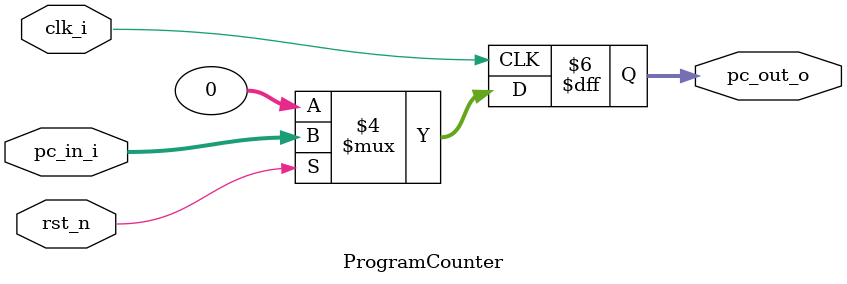
<source format=v>

module ProgramCounter(
    clk_i,
	rst_n,
	pc_in_i,
	pc_out_o
	);
     
//I/O ports
input           clk_i;
input	        rst_n;
input  [32-1:0] pc_in_i;
output [32-1:0] pc_out_o;
 
//Internal Signals
reg    [32-1:0] pc_out_o;
 
//Parameter

    
//Main function
always @(posedge clk_i) begin
    if(~rst_n)
	    pc_out_o <= 0;
	else
	    pc_out_o <= pc_in_i;
end

endmodule



                    
                    
</source>
